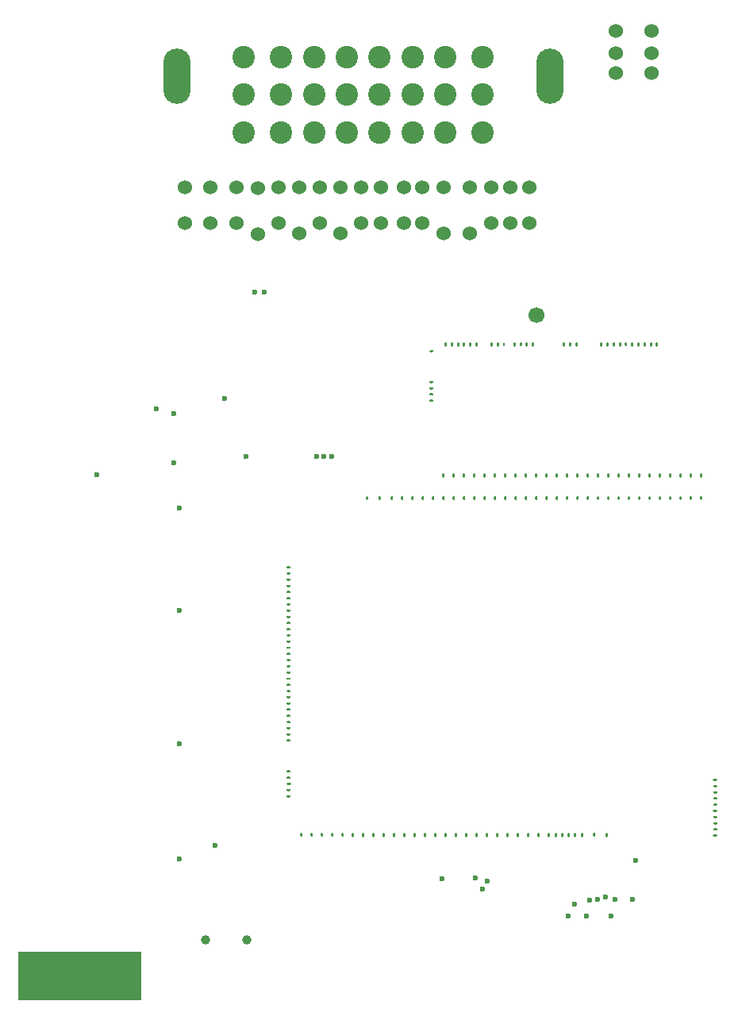
<source format=gbs>
G04 #@! TF.GenerationSoftware,KiCad,Pcbnew,(6.0.0-rc1-458-g78ff9a857a-dirty)*
G04 #@! TF.CreationDate,2021-12-31T11:49:42+02:00*
G04 #@! TF.ProjectId,alphax_2ch,616c7068-6178-45f3-9263-682e6b696361,b*
G04 #@! TF.SameCoordinates,PX141f5e0PYa2cace0*
G04 #@! TF.FileFunction,Soldermask,Bot*
G04 #@! TF.FilePolarity,Negative*
%FSLAX46Y46*%
G04 Gerber Fmt 4.6, Leading zero omitted, Abs format (unit mm)*
G04 Created by KiCad (PCBNEW (6.0.0-rc1-458-g78ff9a857a-dirty)) date 2021-12-31 11:49:42*
%MOMM*%
%LPD*%
G01*
G04 APERTURE LIST*
%ADD10C,0.120000*%
%ADD11C,0.599999*%
%ADD12C,1.524000*%
%ADD13C,1.700000*%
%ADD14C,1.000000*%
%ADD15O,2.900000X5.900000*%
%ADD16C,2.400000*%
G04 APERTURE END LIST*
D10*
G04 #@! TO.C,U4*
X6700000Y150000D02*
X6700000Y5150000D01*
X6700000Y5150000D02*
X19700000Y5150000D01*
X19700000Y5150000D02*
X19700000Y150000D01*
X19700000Y150000D02*
X6700000Y150000D01*
G36*
X19700000Y150000D02*
G01*
X6700000Y150000D01*
X6700000Y5150000D01*
X19700000Y5150000D01*
X19700000Y150000D01*
G37*
X19700000Y150000D02*
X6700000Y150000D01*
X6700000Y5150000D01*
X19700000Y5150000D01*
X19700000Y150000D01*
G04 #@! TD*
D11*
G04 #@! TO.C,M4*
X70363132Y10805111D03*
X69938124Y8970101D03*
X69388127Y11020109D03*
X68513168Y10805114D03*
X67663145Y10730107D03*
X67338129Y8970101D03*
X66038162Y10280101D03*
X65388145Y8970101D03*
X72563148Y14895116D03*
X72263146Y10820110D03*
G04 #@! TD*
D12*
G04 #@! TO.C,R8*
X49836417Y82896579D03*
X49836417Y86706579D03*
G04 #@! TD*
G04 #@! TO.C,R9*
X47882571Y82918049D03*
X47882571Y86728049D03*
G04 #@! TD*
G04 #@! TO.C,F4*
X36700000Y86750000D03*
X36700000Y81850000D03*
G04 #@! TD*
G04 #@! TO.C,M5*
G36*
G01*
X50649998Y64096477D02*
X50899998Y64096477D01*
G75*
G02*
X51024998Y63971477I0J-125000D01*
G01*
X51024998Y63971477D01*
G75*
G02*
X50899998Y63846477I-125000J0D01*
G01*
X50649998Y63846477D01*
G75*
G02*
X50524998Y63971477I0J125000D01*
G01*
X50524998Y63971477D01*
G75*
G02*
X50649998Y64096477I125000J0D01*
G01*
G37*
G36*
G01*
X50649998Y64756478D02*
X50899998Y64756478D01*
G75*
G02*
X51024998Y64631478I0J-125000D01*
G01*
X51024998Y64631478D01*
G75*
G02*
X50899998Y64506478I-125000J0D01*
G01*
X50649998Y64506478D01*
G75*
G02*
X50524998Y64631478I0J125000D01*
G01*
X50524998Y64631478D01*
G75*
G02*
X50649998Y64756478I125000J0D01*
G01*
G37*
G36*
G01*
X50649998Y65416479D02*
X50899998Y65416479D01*
G75*
G02*
X51024998Y65291479I0J-125000D01*
G01*
X51024998Y65291479D01*
G75*
G02*
X50899998Y65166479I-125000J0D01*
G01*
X50649998Y65166479D01*
G75*
G02*
X50524998Y65291479I0J125000D01*
G01*
X50524998Y65291479D01*
G75*
G02*
X50649998Y65416479I125000J0D01*
G01*
G37*
G36*
G01*
X50649998Y66076480D02*
X50899998Y66076480D01*
G75*
G02*
X51024998Y65951480I0J-125000D01*
G01*
X51024998Y65951480D01*
G75*
G02*
X50899998Y65826480I-125000J0D01*
G01*
X50649998Y65826480D01*
G75*
G02*
X50524998Y65951480I0J125000D01*
G01*
X50524998Y65951480D01*
G75*
G02*
X50649998Y66076480I125000J0D01*
G01*
G37*
G36*
G01*
X50649998Y69376487D02*
X50899998Y69376487D01*
G75*
G02*
X51024998Y69251487I0J-125000D01*
G01*
X51024998Y69251487D01*
G75*
G02*
X50899998Y69126487I-125000J0D01*
G01*
X50649998Y69126487D01*
G75*
G02*
X50524998Y69251487I0J125000D01*
G01*
X50524998Y69251487D01*
G75*
G02*
X50649998Y69376487I125000J0D01*
G01*
G37*
G36*
G01*
X79420000Y55877684D02*
X79420000Y56127684D01*
G75*
G02*
X79545000Y56252684I125000J0D01*
G01*
X79545000Y56252684D01*
G75*
G02*
X79670000Y56127684I0J-125000D01*
G01*
X79670000Y55877684D01*
G75*
G02*
X79545000Y55752684I-125000J0D01*
G01*
X79545000Y55752684D01*
G75*
G02*
X79420000Y55877684I0J125000D01*
G01*
G37*
G36*
G01*
X78569996Y56127684D02*
X78569996Y55877684D01*
G75*
G02*
X78444996Y55752684I-125000J0D01*
G01*
X78444996Y55752684D01*
G75*
G02*
X78319996Y55877684I0J125000D01*
G01*
X78319996Y56127684D01*
G75*
G02*
X78444996Y56252684I125000J0D01*
G01*
X78444996Y56252684D01*
G75*
G02*
X78569996Y56127684I0J-125000D01*
G01*
G37*
G36*
G01*
X77469995Y56127684D02*
X77469995Y55877684D01*
G75*
G02*
X77344995Y55752684I-125000J0D01*
G01*
X77344995Y55752684D01*
G75*
G02*
X77219995Y55877684I0J125000D01*
G01*
X77219995Y56127684D01*
G75*
G02*
X77344995Y56252684I125000J0D01*
G01*
X77344995Y56252684D01*
G75*
G02*
X77469995Y56127684I0J-125000D01*
G01*
G37*
G36*
G01*
X76369998Y56127684D02*
X76369998Y55877684D01*
G75*
G02*
X76244998Y55752684I-125000J0D01*
G01*
X76244998Y55752684D01*
G75*
G02*
X76119998Y55877684I0J125000D01*
G01*
X76119998Y56127684D01*
G75*
G02*
X76244998Y56252684I125000J0D01*
G01*
X76244998Y56252684D01*
G75*
G02*
X76369998Y56127684I0J-125000D01*
G01*
G37*
G36*
G01*
X75270000Y56127684D02*
X75270000Y55877684D01*
G75*
G02*
X75145000Y55752684I-125000J0D01*
G01*
X75145000Y55752684D01*
G75*
G02*
X75020000Y55877684I0J125000D01*
G01*
X75020000Y56127684D01*
G75*
G02*
X75145000Y56252684I125000J0D01*
G01*
X75145000Y56252684D01*
G75*
G02*
X75270000Y56127684I0J-125000D01*
G01*
G37*
G36*
G01*
X74170002Y56127684D02*
X74170002Y55877684D01*
G75*
G02*
X74045002Y55752684I-125000J0D01*
G01*
X74045002Y55752684D01*
G75*
G02*
X73920002Y55877684I0J125000D01*
G01*
X73920002Y56127684D01*
G75*
G02*
X74045002Y56252684I125000J0D01*
G01*
X74045002Y56252684D01*
G75*
G02*
X74170002Y56127684I0J-125000D01*
G01*
G37*
G36*
G01*
X73070004Y56127684D02*
X73070004Y55877684D01*
G75*
G02*
X72945004Y55752684I-125000J0D01*
G01*
X72945004Y55752684D01*
G75*
G02*
X72820004Y55877684I0J125000D01*
G01*
X72820004Y56127684D01*
G75*
G02*
X72945004Y56252684I125000J0D01*
G01*
X72945004Y56252684D01*
G75*
G02*
X73070004Y56127684I0J-125000D01*
G01*
G37*
G36*
G01*
X71970006Y56127684D02*
X71970006Y55877684D01*
G75*
G02*
X71845006Y55752684I-125000J0D01*
G01*
X71845006Y55752684D01*
G75*
G02*
X71720006Y55877684I0J125000D01*
G01*
X71720006Y56127684D01*
G75*
G02*
X71845006Y56252684I125000J0D01*
G01*
X71845006Y56252684D01*
G75*
G02*
X71970006Y56127684I0J-125000D01*
G01*
G37*
G36*
G01*
X70870009Y56127684D02*
X70870009Y55877684D01*
G75*
G02*
X70745009Y55752684I-125000J0D01*
G01*
X70745009Y55752684D01*
G75*
G02*
X70620009Y55877684I0J125000D01*
G01*
X70620009Y56127684D01*
G75*
G02*
X70745009Y56252684I125000J0D01*
G01*
X70745009Y56252684D01*
G75*
G02*
X70870009Y56127684I0J-125000D01*
G01*
G37*
G36*
G01*
X69770011Y56127684D02*
X69770011Y55877684D01*
G75*
G02*
X69645011Y55752684I-125000J0D01*
G01*
X69645011Y55752684D01*
G75*
G02*
X69520011Y55877684I0J125000D01*
G01*
X69520011Y56127684D01*
G75*
G02*
X69645011Y56252684I125000J0D01*
G01*
X69645011Y56252684D01*
G75*
G02*
X69770011Y56127684I0J-125000D01*
G01*
G37*
G36*
G01*
X68670013Y56127684D02*
X68670013Y55877684D01*
G75*
G02*
X68545013Y55752684I-125000J0D01*
G01*
X68545013Y55752684D01*
G75*
G02*
X68420013Y55877684I0J125000D01*
G01*
X68420013Y56127684D01*
G75*
G02*
X68545013Y56252684I125000J0D01*
G01*
X68545013Y56252684D01*
G75*
G02*
X68670013Y56127684I0J-125000D01*
G01*
G37*
G36*
G01*
X67570015Y56127684D02*
X67570015Y55877684D01*
G75*
G02*
X67445015Y55752684I-125000J0D01*
G01*
X67445015Y55752684D01*
G75*
G02*
X67320015Y55877684I0J125000D01*
G01*
X67320015Y56127684D01*
G75*
G02*
X67445015Y56252684I125000J0D01*
G01*
X67445015Y56252684D01*
G75*
G02*
X67570015Y56127684I0J-125000D01*
G01*
G37*
G36*
G01*
X66470017Y56127684D02*
X66470017Y55877684D01*
G75*
G02*
X66345017Y55752684I-125000J0D01*
G01*
X66345017Y55752684D01*
G75*
G02*
X66220017Y55877684I0J125000D01*
G01*
X66220017Y56127684D01*
G75*
G02*
X66345017Y56252684I125000J0D01*
G01*
X66345017Y56252684D01*
G75*
G02*
X66470017Y56127684I0J-125000D01*
G01*
G37*
G36*
G01*
X65370020Y56127684D02*
X65370020Y55877684D01*
G75*
G02*
X65245020Y55752684I-125000J0D01*
G01*
X65245020Y55752684D01*
G75*
G02*
X65120020Y55877684I0J125000D01*
G01*
X65120020Y56127684D01*
G75*
G02*
X65245020Y56252684I125000J0D01*
G01*
X65245020Y56252684D01*
G75*
G02*
X65370020Y56127684I0J-125000D01*
G01*
G37*
G36*
G01*
X64270022Y56127684D02*
X64270022Y55877684D01*
G75*
G02*
X64145022Y55752684I-125000J0D01*
G01*
X64145022Y55752684D01*
G75*
G02*
X64020022Y55877684I0J125000D01*
G01*
X64020022Y56127684D01*
G75*
G02*
X64145022Y56252684I125000J0D01*
G01*
X64145022Y56252684D01*
G75*
G02*
X64270022Y56127684I0J-125000D01*
G01*
G37*
G36*
G01*
X63170024Y56127684D02*
X63170024Y55877684D01*
G75*
G02*
X63045024Y55752684I-125000J0D01*
G01*
X63045024Y55752684D01*
G75*
G02*
X62920024Y55877684I0J125000D01*
G01*
X62920024Y56127684D01*
G75*
G02*
X63045024Y56252684I125000J0D01*
G01*
X63045024Y56252684D01*
G75*
G02*
X63170024Y56127684I0J-125000D01*
G01*
G37*
G36*
G01*
X62070026Y56127684D02*
X62070026Y55877684D01*
G75*
G02*
X61945026Y55752684I-125000J0D01*
G01*
X61945026Y55752684D01*
G75*
G02*
X61820026Y55877684I0J125000D01*
G01*
X61820026Y56127684D01*
G75*
G02*
X61945026Y56252684I125000J0D01*
G01*
X61945026Y56252684D01*
G75*
G02*
X62070026Y56127684I0J-125000D01*
G01*
G37*
G36*
G01*
X60970028Y56127684D02*
X60970028Y55877684D01*
G75*
G02*
X60845028Y55752684I-125000J0D01*
G01*
X60845028Y55752684D01*
G75*
G02*
X60720028Y55877684I0J125000D01*
G01*
X60720028Y56127684D01*
G75*
G02*
X60845028Y56252684I125000J0D01*
G01*
X60845028Y56252684D01*
G75*
G02*
X60970028Y56127684I0J-125000D01*
G01*
G37*
G36*
G01*
X59870031Y56127684D02*
X59870031Y55877684D01*
G75*
G02*
X59745031Y55752684I-125000J0D01*
G01*
X59745031Y55752684D01*
G75*
G02*
X59620031Y55877684I0J125000D01*
G01*
X59620031Y56127684D01*
G75*
G02*
X59745031Y56252684I125000J0D01*
G01*
X59745031Y56252684D01*
G75*
G02*
X59870031Y56127684I0J-125000D01*
G01*
G37*
G36*
G01*
X58770033Y56127684D02*
X58770033Y55877684D01*
G75*
G02*
X58645033Y55752684I-125000J0D01*
G01*
X58645033Y55752684D01*
G75*
G02*
X58520033Y55877684I0J125000D01*
G01*
X58520033Y56127684D01*
G75*
G02*
X58645033Y56252684I125000J0D01*
G01*
X58645033Y56252684D01*
G75*
G02*
X58770033Y56127684I0J-125000D01*
G01*
G37*
G36*
G01*
X57670035Y56127684D02*
X57670035Y55877684D01*
G75*
G02*
X57545035Y55752684I-125000J0D01*
G01*
X57545035Y55752684D01*
G75*
G02*
X57420035Y55877684I0J125000D01*
G01*
X57420035Y56127684D01*
G75*
G02*
X57545035Y56252684I125000J0D01*
G01*
X57545035Y56252684D01*
G75*
G02*
X57670035Y56127684I0J-125000D01*
G01*
G37*
G36*
G01*
X56570037Y56127684D02*
X56570037Y55877684D01*
G75*
G02*
X56445037Y55752684I-125000J0D01*
G01*
X56445037Y55752684D01*
G75*
G02*
X56320037Y55877684I0J125000D01*
G01*
X56320037Y56127684D01*
G75*
G02*
X56445037Y56252684I125000J0D01*
G01*
X56445037Y56252684D01*
G75*
G02*
X56570037Y56127684I0J-125000D01*
G01*
G37*
G36*
G01*
X55470039Y56127684D02*
X55470039Y55877684D01*
G75*
G02*
X55345039Y55752684I-125000J0D01*
G01*
X55345039Y55752684D01*
G75*
G02*
X55220039Y55877684I0J125000D01*
G01*
X55220039Y56127684D01*
G75*
G02*
X55345039Y56252684I125000J0D01*
G01*
X55345039Y56252684D01*
G75*
G02*
X55470039Y56127684I0J-125000D01*
G01*
G37*
G36*
G01*
X54370042Y56127684D02*
X54370042Y55877684D01*
G75*
G02*
X54245042Y55752684I-125000J0D01*
G01*
X54245042Y55752684D01*
G75*
G02*
X54120042Y55877684I0J125000D01*
G01*
X54120042Y56127684D01*
G75*
G02*
X54245042Y56252684I125000J0D01*
G01*
X54245042Y56252684D01*
G75*
G02*
X54370042Y56127684I0J-125000D01*
G01*
G37*
G36*
G01*
X53270044Y56127684D02*
X53270044Y55877684D01*
G75*
G02*
X53145044Y55752684I-125000J0D01*
G01*
X53145044Y55752684D01*
G75*
G02*
X53020044Y55877684I0J125000D01*
G01*
X53020044Y56127684D01*
G75*
G02*
X53145044Y56252684I125000J0D01*
G01*
X53145044Y56252684D01*
G75*
G02*
X53270044Y56127684I0J-125000D01*
G01*
G37*
G36*
G01*
X52170046Y56127684D02*
X52170046Y55877684D01*
G75*
G02*
X52045046Y55752684I-125000J0D01*
G01*
X52045046Y55752684D01*
G75*
G02*
X51920046Y55877684I0J125000D01*
G01*
X51920046Y56127684D01*
G75*
G02*
X52045046Y56252684I125000J0D01*
G01*
X52045046Y56252684D01*
G75*
G02*
X52170046Y56127684I0J-125000D01*
G01*
G37*
G36*
G01*
X52420990Y70089683D02*
X52420990Y69839683D01*
G75*
G02*
X52295990Y69714683I-125000J0D01*
G01*
X52295990Y69714683D01*
G75*
G02*
X52170990Y69839683I0J125000D01*
G01*
X52170990Y70089683D01*
G75*
G02*
X52295990Y70214683I125000J0D01*
G01*
X52295990Y70214683D01*
G75*
G02*
X52420990Y70089683I0J-125000D01*
G01*
G37*
G36*
G01*
X53080992Y70089683D02*
X53080992Y69839683D01*
G75*
G02*
X52955992Y69714683I-125000J0D01*
G01*
X52955992Y69714683D01*
G75*
G02*
X52830992Y69839683I0J125000D01*
G01*
X52830992Y70089683D01*
G75*
G02*
X52955992Y70214683I125000J0D01*
G01*
X52955992Y70214683D01*
G75*
G02*
X53080992Y70089683I0J-125000D01*
G01*
G37*
G36*
G01*
X53740993Y70089683D02*
X53740993Y69839683D01*
G75*
G02*
X53615993Y69714683I-125000J0D01*
G01*
X53615993Y69714683D01*
G75*
G02*
X53490993Y69839683I0J125000D01*
G01*
X53490993Y70089683D01*
G75*
G02*
X53615993Y70214683I125000J0D01*
G01*
X53615993Y70214683D01*
G75*
G02*
X53740993Y70089683I0J-125000D01*
G01*
G37*
G36*
G01*
X54400994Y70089683D02*
X54400994Y69839683D01*
G75*
G02*
X54275994Y69714683I-125000J0D01*
G01*
X54275994Y69714683D01*
G75*
G02*
X54150994Y69839683I0J125000D01*
G01*
X54150994Y70089683D01*
G75*
G02*
X54275994Y70214683I125000J0D01*
G01*
X54275994Y70214683D01*
G75*
G02*
X54400994Y70089683I0J-125000D01*
G01*
G37*
G36*
G01*
X55060995Y70089683D02*
X55060995Y69839683D01*
G75*
G02*
X54935995Y69714683I-125000J0D01*
G01*
X54935995Y69714683D01*
G75*
G02*
X54810995Y69839683I0J125000D01*
G01*
X54810995Y70089683D01*
G75*
G02*
X54935995Y70214683I125000J0D01*
G01*
X54935995Y70214683D01*
G75*
G02*
X55060995Y70089683I0J-125000D01*
G01*
G37*
G36*
G01*
X55720997Y70089683D02*
X55720997Y69839683D01*
G75*
G02*
X55595997Y69714683I-125000J0D01*
G01*
X55595997Y69714683D01*
G75*
G02*
X55470997Y69839683I0J125000D01*
G01*
X55470997Y70089683D01*
G75*
G02*
X55595997Y70214683I125000J0D01*
G01*
X55595997Y70214683D01*
G75*
G02*
X55720997Y70089683I0J-125000D01*
G01*
G37*
G36*
G01*
X57321994Y70089683D02*
X57321994Y69839683D01*
G75*
G02*
X57196994Y69714683I-125000J0D01*
G01*
X57196994Y69714683D01*
G75*
G02*
X57071994Y69839683I0J125000D01*
G01*
X57071994Y70089683D01*
G75*
G02*
X57196994Y70214683I125000J0D01*
G01*
X57196994Y70214683D01*
G75*
G02*
X57321994Y70089683I0J-125000D01*
G01*
G37*
G36*
G01*
X57981995Y70089683D02*
X57981995Y69839683D01*
G75*
G02*
X57856995Y69714683I-125000J0D01*
G01*
X57856995Y69714683D01*
G75*
G02*
X57731995Y69839683I0J125000D01*
G01*
X57731995Y70089683D01*
G75*
G02*
X57856995Y70214683I125000J0D01*
G01*
X57856995Y70214683D01*
G75*
G02*
X57981995Y70089683I0J-125000D01*
G01*
G37*
G36*
G01*
X58641997Y70089683D02*
X58641997Y69839683D01*
G75*
G02*
X58516997Y69714683I-125000J0D01*
G01*
X58516997Y69714683D01*
G75*
G02*
X58391997Y69839683I0J125000D01*
G01*
X58391997Y70089683D01*
G75*
G02*
X58516997Y70214683I125000J0D01*
G01*
X58516997Y70214683D01*
G75*
G02*
X58641997Y70089683I0J-125000D01*
G01*
G37*
G36*
G01*
X59762896Y70089683D02*
X59762896Y69839683D01*
G75*
G02*
X59637896Y69714683I-125000J0D01*
G01*
X59637896Y69714683D01*
G75*
G02*
X59512896Y69839683I0J125000D01*
G01*
X59512896Y70089683D01*
G75*
G02*
X59637896Y70214683I125000J0D01*
G01*
X59637896Y70214683D01*
G75*
G02*
X59762896Y70089683I0J-125000D01*
G01*
G37*
G36*
G01*
X60422897Y70089683D02*
X60422897Y69839683D01*
G75*
G02*
X60297897Y69714683I-125000J0D01*
G01*
X60297897Y69714683D01*
G75*
G02*
X60172897Y69839683I0J125000D01*
G01*
X60172897Y70089683D01*
G75*
G02*
X60297897Y70214683I125000J0D01*
G01*
X60297897Y70214683D01*
G75*
G02*
X60422897Y70089683I0J-125000D01*
G01*
G37*
G36*
G01*
X61082898Y70089683D02*
X61082898Y69839683D01*
G75*
G02*
X60957898Y69714683I-125000J0D01*
G01*
X60957898Y69714683D01*
G75*
G02*
X60832898Y69839683I0J125000D01*
G01*
X60832898Y70089683D01*
G75*
G02*
X60957898Y70214683I125000J0D01*
G01*
X60957898Y70214683D01*
G75*
G02*
X61082898Y70089683I0J-125000D01*
G01*
G37*
G36*
G01*
X61742900Y70089683D02*
X61742900Y69839683D01*
G75*
G02*
X61617900Y69714683I-125000J0D01*
G01*
X61617900Y69714683D01*
G75*
G02*
X61492900Y69839683I0J125000D01*
G01*
X61492900Y70089683D01*
G75*
G02*
X61617900Y70214683I125000J0D01*
G01*
X61617900Y70214683D01*
G75*
G02*
X61742900Y70089683I0J-125000D01*
G01*
G37*
G36*
G01*
X65068994Y70089683D02*
X65068994Y69839683D01*
G75*
G02*
X64943994Y69714683I-125000J0D01*
G01*
X64943994Y69714683D01*
G75*
G02*
X64818994Y69839683I0J125000D01*
G01*
X64818994Y70089683D01*
G75*
G02*
X64943994Y70214683I125000J0D01*
G01*
X64943994Y70214683D01*
G75*
G02*
X65068994Y70089683I0J-125000D01*
G01*
G37*
G36*
G01*
X65728995Y70089683D02*
X65728995Y69839683D01*
G75*
G02*
X65603995Y69714683I-125000J0D01*
G01*
X65603995Y69714683D01*
G75*
G02*
X65478995Y69839683I0J125000D01*
G01*
X65478995Y70089683D01*
G75*
G02*
X65603995Y70214683I125000J0D01*
G01*
X65603995Y70214683D01*
G75*
G02*
X65728995Y70089683I0J-125000D01*
G01*
G37*
G36*
G01*
X66388997Y70089683D02*
X66388997Y69839683D01*
G75*
G02*
X66263997Y69714683I-125000J0D01*
G01*
X66263997Y69714683D01*
G75*
G02*
X66138997Y69839683I0J125000D01*
G01*
X66138997Y70089683D01*
G75*
G02*
X66263997Y70214683I125000J0D01*
G01*
X66263997Y70214683D01*
G75*
G02*
X66388997Y70089683I0J-125000D01*
G01*
G37*
G36*
G01*
X69034988Y70089683D02*
X69034988Y69839683D01*
G75*
G02*
X68909988Y69714683I-125000J0D01*
G01*
X68909988Y69714683D01*
G75*
G02*
X68784988Y69839683I0J125000D01*
G01*
X68784988Y70089683D01*
G75*
G02*
X68909988Y70214683I125000J0D01*
G01*
X68909988Y70214683D01*
G75*
G02*
X69034988Y70089683I0J-125000D01*
G01*
G37*
G36*
G01*
X69694989Y70089683D02*
X69694989Y69839683D01*
G75*
G02*
X69569989Y69714683I-125000J0D01*
G01*
X69569989Y69714683D01*
G75*
G02*
X69444989Y69839683I0J125000D01*
G01*
X69444989Y70089683D01*
G75*
G02*
X69569989Y70214683I125000J0D01*
G01*
X69569989Y70214683D01*
G75*
G02*
X69694989Y70089683I0J-125000D01*
G01*
G37*
G36*
G01*
X70354991Y70089683D02*
X70354991Y69839683D01*
G75*
G02*
X70229991Y69714683I-125000J0D01*
G01*
X70229991Y69714683D01*
G75*
G02*
X70104991Y69839683I0J125000D01*
G01*
X70104991Y70089683D01*
G75*
G02*
X70229991Y70214683I125000J0D01*
G01*
X70229991Y70214683D01*
G75*
G02*
X70354991Y70089683I0J-125000D01*
G01*
G37*
G36*
G01*
X71014992Y70089683D02*
X71014992Y69839683D01*
G75*
G02*
X70889992Y69714683I-125000J0D01*
G01*
X70889992Y69714683D01*
G75*
G02*
X70764992Y69839683I0J125000D01*
G01*
X70764992Y70089683D01*
G75*
G02*
X70889992Y70214683I125000J0D01*
G01*
X70889992Y70214683D01*
G75*
G02*
X71014992Y70089683I0J-125000D01*
G01*
G37*
G36*
G01*
X71674993Y70089683D02*
X71674993Y69839683D01*
G75*
G02*
X71549993Y69714683I-125000J0D01*
G01*
X71549993Y69714683D01*
G75*
G02*
X71424993Y69839683I0J125000D01*
G01*
X71424993Y70089683D01*
G75*
G02*
X71549993Y70214683I125000J0D01*
G01*
X71549993Y70214683D01*
G75*
G02*
X71674993Y70089683I0J-125000D01*
G01*
G37*
G36*
G01*
X72334994Y70089683D02*
X72334994Y69839683D01*
G75*
G02*
X72209994Y69714683I-125000J0D01*
G01*
X72209994Y69714683D01*
G75*
G02*
X72084994Y69839683I0J125000D01*
G01*
X72084994Y70089683D01*
G75*
G02*
X72209994Y70214683I125000J0D01*
G01*
X72209994Y70214683D01*
G75*
G02*
X72334994Y70089683I0J-125000D01*
G01*
G37*
G36*
G01*
X72994996Y70089683D02*
X72994996Y69839683D01*
G75*
G02*
X72869996Y69714683I-125000J0D01*
G01*
X72869996Y69714683D01*
G75*
G02*
X72744996Y69839683I0J125000D01*
G01*
X72744996Y70089683D01*
G75*
G02*
X72869996Y70214683I125000J0D01*
G01*
X72869996Y70214683D01*
G75*
G02*
X72994996Y70089683I0J-125000D01*
G01*
G37*
G36*
G01*
X73654997Y70089683D02*
X73654997Y69839683D01*
G75*
G02*
X73529997Y69714683I-125000J0D01*
G01*
X73529997Y69714683D01*
G75*
G02*
X73404997Y69839683I0J125000D01*
G01*
X73404997Y70089683D01*
G75*
G02*
X73529997Y70214683I125000J0D01*
G01*
X73529997Y70214683D01*
G75*
G02*
X73654997Y70089683I0J-125000D01*
G01*
G37*
G36*
G01*
X74314998Y70089683D02*
X74314998Y69839683D01*
G75*
G02*
X74189998Y69714683I-125000J0D01*
G01*
X74189998Y69714683D01*
G75*
G02*
X74064998Y69839683I0J125000D01*
G01*
X74064998Y70089683D01*
G75*
G02*
X74189998Y70214683I125000J0D01*
G01*
X74189998Y70214683D01*
G75*
G02*
X74314998Y70089683I0J-125000D01*
G01*
G37*
G36*
G01*
X74975000Y70089683D02*
X74975000Y69839683D01*
G75*
G02*
X74850000Y69714683I-125000J0D01*
G01*
X74850000Y69714683D01*
G75*
G02*
X74725000Y69839683I0J125000D01*
G01*
X74725000Y70089683D01*
G75*
G02*
X74850000Y70214683I125000J0D01*
G01*
X74850000Y70214683D01*
G75*
G02*
X74975000Y70089683I0J-125000D01*
G01*
G37*
G04 #@! TD*
D13*
G04 #@! TO.C,P2*
X61958000Y73100000D03*
G04 #@! TD*
D12*
G04 #@! TO.C,R11*
X24500000Y82895000D03*
X24500000Y86705000D03*
G04 #@! TD*
G04 #@! TO.C,R6*
X74305000Y103400000D03*
X70495000Y103400000D03*
G04 #@! TD*
D14*
G04 #@! TO.C,J1*
X31100000Y6450000D03*
X26700000Y6450000D03*
G04 #@! TD*
D12*
G04 #@! TO.C,R17*
X38900000Y82895000D03*
X38900000Y86705000D03*
G04 #@! TD*
G04 #@! TO.C,R16*
X45400000Y82895000D03*
X45400000Y86705000D03*
G04 #@! TD*
D11*
G04 #@! TO.C,M7*
X56773001Y12737498D03*
X56248001Y11862496D03*
X55498003Y13037500D03*
X51948002Y12962497D03*
G04 #@! TD*
G04 #@! TO.C,M1*
X15066016Y56037888D03*
X23291016Y57362892D03*
X23273511Y62595386D03*
X21391015Y63087892D03*
X28741008Y64212878D03*
G04 #@! TD*
G04 #@! TO.C,M3*
X31025000Y58000000D03*
X38525000Y58000000D03*
X39325000Y58000000D03*
X40125000Y58000000D03*
X32925000Y75525000D03*
X31925000Y75525000D03*
G04 #@! TD*
D12*
G04 #@! TO.C,R10*
X43300000Y82895000D03*
X43300000Y86705000D03*
G04 #@! TD*
G04 #@! TO.C,R19*
X30000000Y82895000D03*
X30000000Y86705000D03*
G04 #@! TD*
G04 #@! TO.C,F1*
X54846000Y86700000D03*
X54846000Y81800000D03*
G04 #@! TD*
G04 #@! TO.C,R14*
X70495000Y98900000D03*
X74305000Y98900000D03*
G04 #@! TD*
G04 #@! TO.C,F3*
X41100000Y86750000D03*
X41100000Y81850000D03*
G04 #@! TD*
G04 #@! TO.C,M6*
G36*
G01*
X35410503Y21903625D02*
X35660503Y21903625D01*
G75*
G02*
X35785503Y21778625I0J-125000D01*
G01*
X35785503Y21778625D01*
G75*
G02*
X35660503Y21653625I-125000J0D01*
G01*
X35410503Y21653625D01*
G75*
G02*
X35285503Y21778625I0J125000D01*
G01*
X35285503Y21778625D01*
G75*
G02*
X35410503Y21903625I125000J0D01*
G01*
G37*
G36*
G01*
X35660503Y22313623D02*
X35410503Y22313623D01*
G75*
G02*
X35285503Y22438623I0J125000D01*
G01*
X35285503Y22438623D01*
G75*
G02*
X35410503Y22563623I125000J0D01*
G01*
X35660503Y22563623D01*
G75*
G02*
X35785503Y22438623I0J-125000D01*
G01*
X35785503Y22438623D01*
G75*
G02*
X35660503Y22313623I-125000J0D01*
G01*
G37*
G36*
G01*
X35660503Y22973628D02*
X35410503Y22973628D01*
G75*
G02*
X35285503Y23098628I0J125000D01*
G01*
X35285503Y23098628D01*
G75*
G02*
X35410503Y23223628I125000J0D01*
G01*
X35660503Y23223628D01*
G75*
G02*
X35785503Y23098628I0J-125000D01*
G01*
X35785503Y23098628D01*
G75*
G02*
X35660503Y22973628I-125000J0D01*
G01*
G37*
G36*
G01*
X35660503Y23633623D02*
X35410503Y23633623D01*
G75*
G02*
X35285503Y23758623I0J125000D01*
G01*
X35285503Y23758623D01*
G75*
G02*
X35410503Y23883623I125000J0D01*
G01*
X35660503Y23883623D01*
G75*
G02*
X35785503Y23758623I0J-125000D01*
G01*
X35785503Y23758623D01*
G75*
G02*
X35660503Y23633623I-125000J0D01*
G01*
G37*
G36*
G01*
X35660503Y24293625D02*
X35410503Y24293625D01*
G75*
G02*
X35285503Y24418625I0J125000D01*
G01*
X35285503Y24418625D01*
G75*
G02*
X35410503Y24543625I125000J0D01*
G01*
X35660503Y24543625D01*
G75*
G02*
X35785503Y24418625I0J-125000D01*
G01*
X35785503Y24418625D01*
G75*
G02*
X35660503Y24293625I-125000J0D01*
G01*
G37*
G36*
G01*
X35660503Y27593626D02*
X35410503Y27593626D01*
G75*
G02*
X35285503Y27718626I0J125000D01*
G01*
X35285503Y27718626D01*
G75*
G02*
X35410503Y27843626I125000J0D01*
G01*
X35660503Y27843626D01*
G75*
G02*
X35785503Y27718626I0J-125000D01*
G01*
X35785503Y27718626D01*
G75*
G02*
X35660503Y27593626I-125000J0D01*
G01*
G37*
G36*
G01*
X35660503Y28253627D02*
X35410503Y28253627D01*
G75*
G02*
X35285503Y28378627I0J125000D01*
G01*
X35285503Y28378627D01*
G75*
G02*
X35410503Y28503627I125000J0D01*
G01*
X35660503Y28503627D01*
G75*
G02*
X35785503Y28378627I0J-125000D01*
G01*
X35785503Y28378627D01*
G75*
G02*
X35660503Y28253627I-125000J0D01*
G01*
G37*
G36*
G01*
X35660503Y28913629D02*
X35410503Y28913629D01*
G75*
G02*
X35285503Y29038629I0J125000D01*
G01*
X35285503Y29038629D01*
G75*
G02*
X35410503Y29163629I125000J0D01*
G01*
X35660503Y29163629D01*
G75*
G02*
X35785503Y29038629I0J-125000D01*
G01*
X35785503Y29038629D01*
G75*
G02*
X35660503Y28913629I-125000J0D01*
G01*
G37*
G36*
G01*
X35660503Y29573627D02*
X35410503Y29573627D01*
G75*
G02*
X35285503Y29698627I0J125000D01*
G01*
X35285503Y29698627D01*
G75*
G02*
X35410503Y29823627I125000J0D01*
G01*
X35660503Y29823627D01*
G75*
G02*
X35785503Y29698627I0J-125000D01*
G01*
X35785503Y29698627D01*
G75*
G02*
X35660503Y29573627I-125000J0D01*
G01*
G37*
G36*
G01*
X35660503Y30233629D02*
X35410503Y30233629D01*
G75*
G02*
X35285503Y30358629I0J125000D01*
G01*
X35285503Y30358629D01*
G75*
G02*
X35410503Y30483629I125000J0D01*
G01*
X35660503Y30483629D01*
G75*
G02*
X35785503Y30358629I0J-125000D01*
G01*
X35785503Y30358629D01*
G75*
G02*
X35660503Y30233629I-125000J0D01*
G01*
G37*
G36*
G01*
X35660503Y30893627D02*
X35410503Y30893627D01*
G75*
G02*
X35285503Y31018627I0J125000D01*
G01*
X35285503Y31018627D01*
G75*
G02*
X35410503Y31143627I125000J0D01*
G01*
X35660503Y31143627D01*
G75*
G02*
X35785503Y31018627I0J-125000D01*
G01*
X35785503Y31018627D01*
G75*
G02*
X35660503Y30893627I-125000J0D01*
G01*
G37*
G36*
G01*
X35660503Y31553628D02*
X35410503Y31553628D01*
G75*
G02*
X35285503Y31678628I0J125000D01*
G01*
X35285503Y31678628D01*
G75*
G02*
X35410503Y31803628I125000J0D01*
G01*
X35660503Y31803628D01*
G75*
G02*
X35785503Y31678628I0J-125000D01*
G01*
X35785503Y31678628D01*
G75*
G02*
X35660503Y31553628I-125000J0D01*
G01*
G37*
G36*
G01*
X35660503Y32213627D02*
X35410503Y32213627D01*
G75*
G02*
X35285503Y32338627I0J125000D01*
G01*
X35285503Y32338627D01*
G75*
G02*
X35410503Y32463627I125000J0D01*
G01*
X35660503Y32463627D01*
G75*
G02*
X35785503Y32338627I0J-125000D01*
G01*
X35785503Y32338627D01*
G75*
G02*
X35660503Y32213627I-125000J0D01*
G01*
G37*
G36*
G01*
X35660503Y32873628D02*
X35410503Y32873628D01*
G75*
G02*
X35285503Y32998628I0J125000D01*
G01*
X35285503Y32998628D01*
G75*
G02*
X35410503Y33123628I125000J0D01*
G01*
X35660503Y33123628D01*
G75*
G02*
X35785503Y32998628I0J-125000D01*
G01*
X35785503Y32998628D01*
G75*
G02*
X35660503Y32873628I-125000J0D01*
G01*
G37*
G36*
G01*
X35660503Y33533627D02*
X35410503Y33533627D01*
G75*
G02*
X35285503Y33658627I0J125000D01*
G01*
X35285503Y33658627D01*
G75*
G02*
X35410503Y33783627I125000J0D01*
G01*
X35660503Y33783627D01*
G75*
G02*
X35785503Y33658627I0J-125000D01*
G01*
X35785503Y33658627D01*
G75*
G02*
X35660503Y33533627I-125000J0D01*
G01*
G37*
G36*
G01*
X35660503Y34193628D02*
X35410503Y34193628D01*
G75*
G02*
X35285503Y34318628I0J125000D01*
G01*
X35285503Y34318628D01*
G75*
G02*
X35410503Y34443628I125000J0D01*
G01*
X35660503Y34443628D01*
G75*
G02*
X35785503Y34318628I0J-125000D01*
G01*
X35785503Y34318628D01*
G75*
G02*
X35660503Y34193628I-125000J0D01*
G01*
G37*
G36*
G01*
X35660503Y34853627D02*
X35410503Y34853627D01*
G75*
G02*
X35285503Y34978627I0J125000D01*
G01*
X35285503Y34978627D01*
G75*
G02*
X35410503Y35103627I125000J0D01*
G01*
X35660503Y35103627D01*
G75*
G02*
X35785503Y34978627I0J-125000D01*
G01*
X35785503Y34978627D01*
G75*
G02*
X35660503Y34853627I-125000J0D01*
G01*
G37*
G36*
G01*
X35660503Y35513628D02*
X35410503Y35513628D01*
G75*
G02*
X35285503Y35638628I0J125000D01*
G01*
X35285503Y35638628D01*
G75*
G02*
X35410503Y35763628I125000J0D01*
G01*
X35660503Y35763628D01*
G75*
G02*
X35785503Y35638628I0J-125000D01*
G01*
X35785503Y35638628D01*
G75*
G02*
X35660503Y35513628I-125000J0D01*
G01*
G37*
G36*
G01*
X35660503Y36173627D02*
X35410503Y36173627D01*
G75*
G02*
X35285503Y36298627I0J125000D01*
G01*
X35285503Y36298627D01*
G75*
G02*
X35410503Y36423627I125000J0D01*
G01*
X35660503Y36423627D01*
G75*
G02*
X35785503Y36298627I0J-125000D01*
G01*
X35785503Y36298627D01*
G75*
G02*
X35660503Y36173627I-125000J0D01*
G01*
G37*
G36*
G01*
X35660503Y36833628D02*
X35410503Y36833628D01*
G75*
G02*
X35285503Y36958628I0J125000D01*
G01*
X35285503Y36958628D01*
G75*
G02*
X35410503Y37083628I125000J0D01*
G01*
X35660503Y37083628D01*
G75*
G02*
X35785503Y36958628I0J-125000D01*
G01*
X35785503Y36958628D01*
G75*
G02*
X35660503Y36833628I-125000J0D01*
G01*
G37*
G36*
G01*
X35660503Y37493627D02*
X35410503Y37493627D01*
G75*
G02*
X35285503Y37618627I0J125000D01*
G01*
X35285503Y37618627D01*
G75*
G02*
X35410503Y37743627I125000J0D01*
G01*
X35660503Y37743627D01*
G75*
G02*
X35785503Y37618627I0J-125000D01*
G01*
X35785503Y37618627D01*
G75*
G02*
X35660503Y37493627I-125000J0D01*
G01*
G37*
G36*
G01*
X35660503Y38153628D02*
X35410503Y38153628D01*
G75*
G02*
X35285503Y38278628I0J125000D01*
G01*
X35285503Y38278628D01*
G75*
G02*
X35410503Y38403628I125000J0D01*
G01*
X35660503Y38403628D01*
G75*
G02*
X35785503Y38278628I0J-125000D01*
G01*
X35785503Y38278628D01*
G75*
G02*
X35660503Y38153628I-125000J0D01*
G01*
G37*
G36*
G01*
X35660503Y38813627D02*
X35410503Y38813627D01*
G75*
G02*
X35285503Y38938627I0J125000D01*
G01*
X35285503Y38938627D01*
G75*
G02*
X35410503Y39063627I125000J0D01*
G01*
X35660503Y39063627D01*
G75*
G02*
X35785503Y38938627I0J-125000D01*
G01*
X35785503Y38938627D01*
G75*
G02*
X35660503Y38813627I-125000J0D01*
G01*
G37*
G36*
G01*
X35660503Y39473628D02*
X35410503Y39473628D01*
G75*
G02*
X35285503Y39598628I0J125000D01*
G01*
X35285503Y39598628D01*
G75*
G02*
X35410503Y39723628I125000J0D01*
G01*
X35660503Y39723628D01*
G75*
G02*
X35785503Y39598628I0J-125000D01*
G01*
X35785503Y39598628D01*
G75*
G02*
X35660503Y39473628I-125000J0D01*
G01*
G37*
G36*
G01*
X35660503Y40133627D02*
X35410503Y40133627D01*
G75*
G02*
X35285503Y40258627I0J125000D01*
G01*
X35285503Y40258627D01*
G75*
G02*
X35410503Y40383627I125000J0D01*
G01*
X35660503Y40383627D01*
G75*
G02*
X35785503Y40258627I0J-125000D01*
G01*
X35785503Y40258627D01*
G75*
G02*
X35660503Y40133627I-125000J0D01*
G01*
G37*
G36*
G01*
X35660503Y40793628D02*
X35410503Y40793628D01*
G75*
G02*
X35285503Y40918628I0J125000D01*
G01*
X35285503Y40918628D01*
G75*
G02*
X35410503Y41043628I125000J0D01*
G01*
X35660503Y41043628D01*
G75*
G02*
X35785503Y40918628I0J-125000D01*
G01*
X35785503Y40918628D01*
G75*
G02*
X35660503Y40793628I-125000J0D01*
G01*
G37*
G36*
G01*
X35660503Y41453626D02*
X35410503Y41453626D01*
G75*
G02*
X35285503Y41578626I0J125000D01*
G01*
X35285503Y41578626D01*
G75*
G02*
X35410503Y41703626I125000J0D01*
G01*
X35660503Y41703626D01*
G75*
G02*
X35785503Y41578626I0J-125000D01*
G01*
X35785503Y41578626D01*
G75*
G02*
X35660503Y41453626I-125000J0D01*
G01*
G37*
G36*
G01*
X35660503Y42113628D02*
X35410503Y42113628D01*
G75*
G02*
X35285503Y42238628I0J125000D01*
G01*
X35285503Y42238628D01*
G75*
G02*
X35410503Y42363628I125000J0D01*
G01*
X35660503Y42363628D01*
G75*
G02*
X35785503Y42238628I0J-125000D01*
G01*
X35785503Y42238628D01*
G75*
G02*
X35660503Y42113628I-125000J0D01*
G01*
G37*
G36*
G01*
X35660503Y42773626D02*
X35410503Y42773626D01*
G75*
G02*
X35285503Y42898626I0J125000D01*
G01*
X35285503Y42898626D01*
G75*
G02*
X35410503Y43023626I125000J0D01*
G01*
X35660503Y43023626D01*
G75*
G02*
X35785503Y42898626I0J-125000D01*
G01*
X35785503Y42898626D01*
G75*
G02*
X35660503Y42773626I-125000J0D01*
G01*
G37*
G36*
G01*
X35660503Y43433628D02*
X35410503Y43433628D01*
G75*
G02*
X35285503Y43558628I0J125000D01*
G01*
X35285503Y43558628D01*
G75*
G02*
X35410503Y43683628I125000J0D01*
G01*
X35660503Y43683628D01*
G75*
G02*
X35785503Y43558628I0J-125000D01*
G01*
X35785503Y43558628D01*
G75*
G02*
X35660503Y43433628I-125000J0D01*
G01*
G37*
G36*
G01*
X35660503Y44093626D02*
X35410503Y44093626D01*
G75*
G02*
X35285503Y44218626I0J125000D01*
G01*
X35285503Y44218626D01*
G75*
G02*
X35410503Y44343626I125000J0D01*
G01*
X35660503Y44343626D01*
G75*
G02*
X35785503Y44218626I0J-125000D01*
G01*
X35785503Y44218626D01*
G75*
G02*
X35660503Y44093626I-125000J0D01*
G01*
G37*
G36*
G01*
X35660503Y44753627D02*
X35410503Y44753627D01*
G75*
G02*
X35285503Y44878627I0J125000D01*
G01*
X35285503Y44878627D01*
G75*
G02*
X35410503Y45003627I125000J0D01*
G01*
X35660503Y45003627D01*
G75*
G02*
X35785503Y44878627I0J-125000D01*
G01*
X35785503Y44878627D01*
G75*
G02*
X35660503Y44753627I-125000J0D01*
G01*
G37*
G36*
G01*
X35660503Y45413626D02*
X35410503Y45413626D01*
G75*
G02*
X35285503Y45538626I0J125000D01*
G01*
X35285503Y45538626D01*
G75*
G02*
X35410503Y45663626I125000J0D01*
G01*
X35660503Y45663626D01*
G75*
G02*
X35785503Y45538626I0J-125000D01*
G01*
X35785503Y45538626D01*
G75*
G02*
X35660503Y45413626I-125000J0D01*
G01*
G37*
G36*
G01*
X35660503Y46073627D02*
X35410503Y46073627D01*
G75*
G02*
X35285503Y46198627I0J125000D01*
G01*
X35285503Y46198627D01*
G75*
G02*
X35410503Y46323627I125000J0D01*
G01*
X35660503Y46323627D01*
G75*
G02*
X35785503Y46198627I0J-125000D01*
G01*
X35785503Y46198627D01*
G75*
G02*
X35660503Y46073627I-125000J0D01*
G01*
G37*
G36*
G01*
X69357501Y17526623D02*
X69357501Y17776623D01*
G75*
G02*
X69482501Y17901623I125000J0D01*
G01*
X69482501Y17901623D01*
G75*
G02*
X69607501Y17776623I0J-125000D01*
G01*
X69607501Y17526623D01*
G75*
G02*
X69482501Y17401623I-125000J0D01*
G01*
X69482501Y17401623D01*
G75*
G02*
X69357501Y17526623I0J125000D01*
G01*
G37*
G36*
G01*
X68287499Y17776623D02*
X68287499Y17526623D01*
G75*
G02*
X68162499Y17401623I-125000J0D01*
G01*
X68162499Y17401623D01*
G75*
G02*
X68037499Y17526623I0J125000D01*
G01*
X68037499Y17776623D01*
G75*
G02*
X68162499Y17901623I125000J0D01*
G01*
X68162499Y17901623D01*
G75*
G02*
X68287499Y17776623I0J-125000D01*
G01*
G37*
G36*
G01*
X66967496Y17776623D02*
X66967496Y17526623D01*
G75*
G02*
X66842496Y17401623I-125000J0D01*
G01*
X66842496Y17401623D01*
G75*
G02*
X66717496Y17526623I0J125000D01*
G01*
X66717496Y17776623D01*
G75*
G02*
X66842496Y17901623I125000J0D01*
G01*
X66842496Y17901623D01*
G75*
G02*
X66967496Y17776623I0J-125000D01*
G01*
G37*
G36*
G01*
X66207498Y17776623D02*
X66207498Y17526623D01*
G75*
G02*
X66082498Y17401623I-125000J0D01*
G01*
X66082498Y17401623D01*
G75*
G02*
X65957498Y17526623I0J125000D01*
G01*
X65957498Y17776623D01*
G75*
G02*
X66082498Y17901623I125000J0D01*
G01*
X66082498Y17901623D01*
G75*
G02*
X66207498Y17776623I0J-125000D01*
G01*
G37*
G36*
G01*
X65542495Y17776623D02*
X65542495Y17526623D01*
G75*
G02*
X65417495Y17401623I-125000J0D01*
G01*
X65417495Y17401623D01*
G75*
G02*
X65292495Y17526623I0J125000D01*
G01*
X65292495Y17776623D01*
G75*
G02*
X65417495Y17901623I125000J0D01*
G01*
X65417495Y17901623D01*
G75*
G02*
X65542495Y17776623I0J-125000D01*
G01*
G37*
G36*
G01*
X64877493Y17776623D02*
X64877493Y17526623D01*
G75*
G02*
X64752493Y17401623I-125000J0D01*
G01*
X64752493Y17401623D01*
G75*
G02*
X64627493Y17526623I0J125000D01*
G01*
X64627493Y17776623D01*
G75*
G02*
X64752493Y17901623I125000J0D01*
G01*
X64752493Y17901623D01*
G75*
G02*
X64877493Y17776623I0J-125000D01*
G01*
G37*
G36*
G01*
X64212503Y17776623D02*
X64212503Y17526623D01*
G75*
G02*
X64087503Y17401623I-125000J0D01*
G01*
X64087503Y17401623D01*
G75*
G02*
X63962503Y17526623I0J125000D01*
G01*
X63962503Y17776623D01*
G75*
G02*
X64087503Y17901623I125000J0D01*
G01*
X64087503Y17901623D01*
G75*
G02*
X64212503Y17776623I0J-125000D01*
G01*
G37*
G36*
G01*
X63437503Y17776623D02*
X63437503Y17526623D01*
G75*
G02*
X63312503Y17401623I-125000J0D01*
G01*
X63312503Y17401623D01*
G75*
G02*
X63187503Y17526623I0J125000D01*
G01*
X63187503Y17776623D01*
G75*
G02*
X63312503Y17901623I125000J0D01*
G01*
X63312503Y17901623D01*
G75*
G02*
X63437503Y17776623I0J-125000D01*
G01*
G37*
G36*
G01*
X62337505Y17776623D02*
X62337505Y17526623D01*
G75*
G02*
X62212505Y17401623I-125000J0D01*
G01*
X62212505Y17401623D01*
G75*
G02*
X62087505Y17526623I0J125000D01*
G01*
X62087505Y17776623D01*
G75*
G02*
X62212505Y17901623I125000J0D01*
G01*
X62212505Y17901623D01*
G75*
G02*
X62337505Y17776623I0J-125000D01*
G01*
G37*
G36*
G01*
X61237508Y17776623D02*
X61237508Y17526623D01*
G75*
G02*
X61112508Y17401623I-125000J0D01*
G01*
X61112508Y17401623D01*
G75*
G02*
X60987508Y17526623I0J125000D01*
G01*
X60987508Y17776623D01*
G75*
G02*
X61112508Y17901623I125000J0D01*
G01*
X61112508Y17901623D01*
G75*
G02*
X61237508Y17776623I0J-125000D01*
G01*
G37*
G36*
G01*
X60137510Y17776623D02*
X60137510Y17526623D01*
G75*
G02*
X60012510Y17401623I-125000J0D01*
G01*
X60012510Y17401623D01*
G75*
G02*
X59887510Y17526623I0J125000D01*
G01*
X59887510Y17776623D01*
G75*
G02*
X60012510Y17901623I125000J0D01*
G01*
X60012510Y17901623D01*
G75*
G02*
X60137510Y17776623I0J-125000D01*
G01*
G37*
G36*
G01*
X59037512Y17776623D02*
X59037512Y17526623D01*
G75*
G02*
X58912512Y17401623I-125000J0D01*
G01*
X58912512Y17401623D01*
G75*
G02*
X58787512Y17526623I0J125000D01*
G01*
X58787512Y17776623D01*
G75*
G02*
X58912512Y17901623I125000J0D01*
G01*
X58912512Y17901623D01*
G75*
G02*
X59037512Y17776623I0J-125000D01*
G01*
G37*
G36*
G01*
X57937514Y17776623D02*
X57937514Y17526623D01*
G75*
G02*
X57812514Y17401623I-125000J0D01*
G01*
X57812514Y17401623D01*
G75*
G02*
X57687514Y17526623I0J125000D01*
G01*
X57687514Y17776623D01*
G75*
G02*
X57812514Y17901623I125000J0D01*
G01*
X57812514Y17901623D01*
G75*
G02*
X57937514Y17776623I0J-125000D01*
G01*
G37*
G36*
G01*
X56837516Y17776623D02*
X56837516Y17526623D01*
G75*
G02*
X56712516Y17401623I-125000J0D01*
G01*
X56712516Y17401623D01*
G75*
G02*
X56587516Y17526623I0J125000D01*
G01*
X56587516Y17776623D01*
G75*
G02*
X56712516Y17901623I125000J0D01*
G01*
X56712516Y17901623D01*
G75*
G02*
X56837516Y17776623I0J-125000D01*
G01*
G37*
G36*
G01*
X55737519Y17776623D02*
X55737519Y17526623D01*
G75*
G02*
X55612519Y17401623I-125000J0D01*
G01*
X55612519Y17401623D01*
G75*
G02*
X55487519Y17526623I0J125000D01*
G01*
X55487519Y17776623D01*
G75*
G02*
X55612519Y17901623I125000J0D01*
G01*
X55612519Y17901623D01*
G75*
G02*
X55737519Y17776623I0J-125000D01*
G01*
G37*
G36*
G01*
X54637521Y17776623D02*
X54637521Y17526623D01*
G75*
G02*
X54512521Y17401623I-125000J0D01*
G01*
X54512521Y17401623D01*
G75*
G02*
X54387521Y17526623I0J125000D01*
G01*
X54387521Y17776623D01*
G75*
G02*
X54512521Y17901623I125000J0D01*
G01*
X54512521Y17901623D01*
G75*
G02*
X54637521Y17776623I0J-125000D01*
G01*
G37*
G36*
G01*
X53537523Y17776623D02*
X53537523Y17526623D01*
G75*
G02*
X53412523Y17401623I-125000J0D01*
G01*
X53412523Y17401623D01*
G75*
G02*
X53287523Y17526623I0J125000D01*
G01*
X53287523Y17776623D01*
G75*
G02*
X53412523Y17901623I125000J0D01*
G01*
X53412523Y17901623D01*
G75*
G02*
X53537523Y17776623I0J-125000D01*
G01*
G37*
G36*
G01*
X52437525Y17776623D02*
X52437525Y17526623D01*
G75*
G02*
X52312525Y17401623I-125000J0D01*
G01*
X52312525Y17401623D01*
G75*
G02*
X52187525Y17526623I0J125000D01*
G01*
X52187525Y17776623D01*
G75*
G02*
X52312525Y17901623I125000J0D01*
G01*
X52312525Y17901623D01*
G75*
G02*
X52437525Y17776623I0J-125000D01*
G01*
G37*
G36*
G01*
X51337527Y17776623D02*
X51337527Y17526623D01*
G75*
G02*
X51212527Y17401623I-125000J0D01*
G01*
X51212527Y17401623D01*
G75*
G02*
X51087527Y17526623I0J125000D01*
G01*
X51087527Y17776623D01*
G75*
G02*
X51212527Y17901623I125000J0D01*
G01*
X51212527Y17901623D01*
G75*
G02*
X51337527Y17776623I0J-125000D01*
G01*
G37*
G36*
G01*
X50237530Y17776623D02*
X50237530Y17526623D01*
G75*
G02*
X50112530Y17401623I-125000J0D01*
G01*
X50112530Y17401623D01*
G75*
G02*
X49987530Y17526623I0J125000D01*
G01*
X49987530Y17776623D01*
G75*
G02*
X50112530Y17901623I125000J0D01*
G01*
X50112530Y17901623D01*
G75*
G02*
X50237530Y17776623I0J-125000D01*
G01*
G37*
G36*
G01*
X49137532Y17776623D02*
X49137532Y17526623D01*
G75*
G02*
X49012532Y17401623I-125000J0D01*
G01*
X49012532Y17401623D01*
G75*
G02*
X48887532Y17526623I0J125000D01*
G01*
X48887532Y17776623D01*
G75*
G02*
X49012532Y17901623I125000J0D01*
G01*
X49012532Y17901623D01*
G75*
G02*
X49137532Y17776623I0J-125000D01*
G01*
G37*
G36*
G01*
X48037534Y17776623D02*
X48037534Y17526623D01*
G75*
G02*
X47912534Y17401623I-125000J0D01*
G01*
X47912534Y17401623D01*
G75*
G02*
X47787534Y17526623I0J125000D01*
G01*
X47787534Y17776623D01*
G75*
G02*
X47912534Y17901623I125000J0D01*
G01*
X47912534Y17901623D01*
G75*
G02*
X48037534Y17776623I0J-125000D01*
G01*
G37*
G36*
G01*
X46937536Y17776623D02*
X46937536Y17526623D01*
G75*
G02*
X46812536Y17401623I-125000J0D01*
G01*
X46812536Y17401623D01*
G75*
G02*
X46687536Y17526623I0J125000D01*
G01*
X46687536Y17776623D01*
G75*
G02*
X46812536Y17901623I125000J0D01*
G01*
X46812536Y17901623D01*
G75*
G02*
X46937536Y17776623I0J-125000D01*
G01*
G37*
G36*
G01*
X45837538Y17776623D02*
X45837538Y17526623D01*
G75*
G02*
X45712538Y17401623I-125000J0D01*
G01*
X45712538Y17401623D01*
G75*
G02*
X45587538Y17526623I0J125000D01*
G01*
X45587538Y17776623D01*
G75*
G02*
X45712538Y17901623I125000J0D01*
G01*
X45712538Y17901623D01*
G75*
G02*
X45837538Y17776623I0J-125000D01*
G01*
G37*
G36*
G01*
X44737541Y17776623D02*
X44737541Y17526623D01*
G75*
G02*
X44612541Y17401623I-125000J0D01*
G01*
X44612541Y17401623D01*
G75*
G02*
X44487541Y17526623I0J125000D01*
G01*
X44487541Y17776623D01*
G75*
G02*
X44612541Y17901623I125000J0D01*
G01*
X44612541Y17901623D01*
G75*
G02*
X44737541Y17776623I0J-125000D01*
G01*
G37*
G36*
G01*
X43637543Y17776623D02*
X43637543Y17526623D01*
G75*
G02*
X43512543Y17401623I-125000J0D01*
G01*
X43512543Y17401623D01*
G75*
G02*
X43387543Y17526623I0J125000D01*
G01*
X43387543Y17776623D01*
G75*
G02*
X43512543Y17901623I125000J0D01*
G01*
X43512543Y17901623D01*
G75*
G02*
X43637543Y17776623I0J-125000D01*
G01*
G37*
G36*
G01*
X42537545Y17776623D02*
X42537545Y17526623D01*
G75*
G02*
X42412545Y17401623I-125000J0D01*
G01*
X42412545Y17401623D01*
G75*
G02*
X42287545Y17526623I0J125000D01*
G01*
X42287545Y17776623D01*
G75*
G02*
X42412545Y17901623I125000J0D01*
G01*
X42412545Y17901623D01*
G75*
G02*
X42537545Y17776623I0J-125000D01*
G01*
G37*
G36*
G01*
X41437547Y17776623D02*
X41437547Y17526623D01*
G75*
G02*
X41312547Y17401623I-125000J0D01*
G01*
X41312547Y17401623D01*
G75*
G02*
X41187547Y17526623I0J125000D01*
G01*
X41187547Y17776623D01*
G75*
G02*
X41312547Y17901623I125000J0D01*
G01*
X41312547Y17901623D01*
G75*
G02*
X41437547Y17776623I0J-125000D01*
G01*
G37*
G36*
G01*
X40337549Y17776623D02*
X40337549Y17526623D01*
G75*
G02*
X40212549Y17401623I-125000J0D01*
G01*
X40212549Y17401623D01*
G75*
G02*
X40087549Y17526623I0J125000D01*
G01*
X40087549Y17776623D01*
G75*
G02*
X40212549Y17901623I125000J0D01*
G01*
X40212549Y17901623D01*
G75*
G02*
X40337549Y17776623I0J-125000D01*
G01*
G37*
G36*
G01*
X39237552Y17776623D02*
X39237552Y17526623D01*
G75*
G02*
X39112552Y17401623I-125000J0D01*
G01*
X39112552Y17401623D01*
G75*
G02*
X38987552Y17526623I0J125000D01*
G01*
X38987552Y17776623D01*
G75*
G02*
X39112552Y17901623I125000J0D01*
G01*
X39112552Y17901623D01*
G75*
G02*
X39237552Y17776623I0J-125000D01*
G01*
G37*
G36*
G01*
X38137554Y17776623D02*
X38137554Y17526623D01*
G75*
G02*
X38012554Y17401623I-125000J0D01*
G01*
X38012554Y17401623D01*
G75*
G02*
X37887554Y17526623I0J125000D01*
G01*
X37887554Y17776623D01*
G75*
G02*
X38012554Y17901623I125000J0D01*
G01*
X38012554Y17901623D01*
G75*
G02*
X38137554Y17776623I0J-125000D01*
G01*
G37*
G36*
G01*
X37037556Y17776623D02*
X37037556Y17526623D01*
G75*
G02*
X36912556Y17401623I-125000J0D01*
G01*
X36912556Y17401623D01*
G75*
G02*
X36787556Y17526623I0J125000D01*
G01*
X36787556Y17776623D01*
G75*
G02*
X36912556Y17901623I125000J0D01*
G01*
X36912556Y17901623D01*
G75*
G02*
X37037556Y17776623I0J-125000D01*
G01*
G37*
G36*
G01*
X44037499Y53705623D02*
X44037499Y53455623D01*
G75*
G02*
X43912499Y53330623I-125000J0D01*
G01*
X43912499Y53330623D01*
G75*
G02*
X43787499Y53455623I0J125000D01*
G01*
X43787499Y53705623D01*
G75*
G02*
X43912499Y53830623I125000J0D01*
G01*
X43912499Y53830623D01*
G75*
G02*
X44037499Y53705623I0J-125000D01*
G01*
G37*
G36*
G01*
X45107501Y53455623D02*
X45107501Y53705623D01*
G75*
G02*
X45232501Y53830623I125000J0D01*
G01*
X45232501Y53830623D01*
G75*
G02*
X45357501Y53705623I0J-125000D01*
G01*
X45357501Y53455623D01*
G75*
G02*
X45232501Y53330623I-125000J0D01*
G01*
X45232501Y53330623D01*
G75*
G02*
X45107501Y53455623I0J125000D01*
G01*
G37*
G36*
G01*
X46427504Y53455623D02*
X46427504Y53705623D01*
G75*
G02*
X46552504Y53830623I125000J0D01*
G01*
X46552504Y53830623D01*
G75*
G02*
X46677504Y53705623I0J-125000D01*
G01*
X46677504Y53455623D01*
G75*
G02*
X46552504Y53330623I-125000J0D01*
G01*
X46552504Y53330623D01*
G75*
G02*
X46427504Y53455623I0J125000D01*
G01*
G37*
G36*
G01*
X47527501Y53455623D02*
X47527501Y53705623D01*
G75*
G02*
X47652501Y53830623I125000J0D01*
G01*
X47652501Y53830623D01*
G75*
G02*
X47777501Y53705623I0J-125000D01*
G01*
X47777501Y53455623D01*
G75*
G02*
X47652501Y53330623I-125000J0D01*
G01*
X47652501Y53330623D01*
G75*
G02*
X47527501Y53455623I0J125000D01*
G01*
G37*
G36*
G01*
X48627499Y53455623D02*
X48627499Y53705623D01*
G75*
G02*
X48752499Y53830623I125000J0D01*
G01*
X48752499Y53830623D01*
G75*
G02*
X48877499Y53705623I0J-125000D01*
G01*
X48877499Y53455623D01*
G75*
G02*
X48752499Y53330623I-125000J0D01*
G01*
X48752499Y53330623D01*
G75*
G02*
X48627499Y53455623I0J125000D01*
G01*
G37*
G36*
G01*
X49727497Y53455623D02*
X49727497Y53705623D01*
G75*
G02*
X49852497Y53830623I125000J0D01*
G01*
X49852497Y53830623D01*
G75*
G02*
X49977497Y53705623I0J-125000D01*
G01*
X49977497Y53455623D01*
G75*
G02*
X49852497Y53330623I-125000J0D01*
G01*
X49852497Y53330623D01*
G75*
G02*
X49727497Y53455623I0J125000D01*
G01*
G37*
G36*
G01*
X50827495Y53455623D02*
X50827495Y53705623D01*
G75*
G02*
X50952495Y53830623I125000J0D01*
G01*
X50952495Y53830623D01*
G75*
G02*
X51077495Y53705623I0J-125000D01*
G01*
X51077495Y53455623D01*
G75*
G02*
X50952495Y53330623I-125000J0D01*
G01*
X50952495Y53330623D01*
G75*
G02*
X50827495Y53455623I0J125000D01*
G01*
G37*
G36*
G01*
X51927493Y53455623D02*
X51927493Y53705623D01*
G75*
G02*
X52052493Y53830623I125000J0D01*
G01*
X52052493Y53830623D01*
G75*
G02*
X52177493Y53705623I0J-125000D01*
G01*
X52177493Y53455623D01*
G75*
G02*
X52052493Y53330623I-125000J0D01*
G01*
X52052493Y53330623D01*
G75*
G02*
X51927493Y53455623I0J125000D01*
G01*
G37*
G36*
G01*
X53027490Y53455623D02*
X53027490Y53705623D01*
G75*
G02*
X53152490Y53830623I125000J0D01*
G01*
X53152490Y53830623D01*
G75*
G02*
X53277490Y53705623I0J-125000D01*
G01*
X53277490Y53455623D01*
G75*
G02*
X53152490Y53330623I-125000J0D01*
G01*
X53152490Y53330623D01*
G75*
G02*
X53027490Y53455623I0J125000D01*
G01*
G37*
G36*
G01*
X54127488Y53455623D02*
X54127488Y53705623D01*
G75*
G02*
X54252488Y53830623I125000J0D01*
G01*
X54252488Y53830623D01*
G75*
G02*
X54377488Y53705623I0J-125000D01*
G01*
X54377488Y53455623D01*
G75*
G02*
X54252488Y53330623I-125000J0D01*
G01*
X54252488Y53330623D01*
G75*
G02*
X54127488Y53455623I0J125000D01*
G01*
G37*
G36*
G01*
X55227486Y53455623D02*
X55227486Y53705623D01*
G75*
G02*
X55352486Y53830623I125000J0D01*
G01*
X55352486Y53830623D01*
G75*
G02*
X55477486Y53705623I0J-125000D01*
G01*
X55477486Y53455623D01*
G75*
G02*
X55352486Y53330623I-125000J0D01*
G01*
X55352486Y53330623D01*
G75*
G02*
X55227486Y53455623I0J125000D01*
G01*
G37*
G36*
G01*
X56327484Y53455623D02*
X56327484Y53705623D01*
G75*
G02*
X56452484Y53830623I125000J0D01*
G01*
X56452484Y53830623D01*
G75*
G02*
X56577484Y53705623I0J-125000D01*
G01*
X56577484Y53455623D01*
G75*
G02*
X56452484Y53330623I-125000J0D01*
G01*
X56452484Y53330623D01*
G75*
G02*
X56327484Y53455623I0J125000D01*
G01*
G37*
G36*
G01*
X57427482Y53455623D02*
X57427482Y53705623D01*
G75*
G02*
X57552482Y53830623I125000J0D01*
G01*
X57552482Y53830623D01*
G75*
G02*
X57677482Y53705623I0J-125000D01*
G01*
X57677482Y53455623D01*
G75*
G02*
X57552482Y53330623I-125000J0D01*
G01*
X57552482Y53330623D01*
G75*
G02*
X57427482Y53455623I0J125000D01*
G01*
G37*
G36*
G01*
X58527479Y53455623D02*
X58527479Y53705623D01*
G75*
G02*
X58652479Y53830623I125000J0D01*
G01*
X58652479Y53830623D01*
G75*
G02*
X58777479Y53705623I0J-125000D01*
G01*
X58777479Y53455623D01*
G75*
G02*
X58652479Y53330623I-125000J0D01*
G01*
X58652479Y53330623D01*
G75*
G02*
X58527479Y53455623I0J125000D01*
G01*
G37*
G36*
G01*
X59627477Y53455623D02*
X59627477Y53705623D01*
G75*
G02*
X59752477Y53830623I125000J0D01*
G01*
X59752477Y53830623D01*
G75*
G02*
X59877477Y53705623I0J-125000D01*
G01*
X59877477Y53455623D01*
G75*
G02*
X59752477Y53330623I-125000J0D01*
G01*
X59752477Y53330623D01*
G75*
G02*
X59627477Y53455623I0J125000D01*
G01*
G37*
G36*
G01*
X60727475Y53455623D02*
X60727475Y53705623D01*
G75*
G02*
X60852475Y53830623I125000J0D01*
G01*
X60852475Y53830623D01*
G75*
G02*
X60977475Y53705623I0J-125000D01*
G01*
X60977475Y53455623D01*
G75*
G02*
X60852475Y53330623I-125000J0D01*
G01*
X60852475Y53330623D01*
G75*
G02*
X60727475Y53455623I0J125000D01*
G01*
G37*
G36*
G01*
X61827473Y53455623D02*
X61827473Y53705623D01*
G75*
G02*
X61952473Y53830623I125000J0D01*
G01*
X61952473Y53830623D01*
G75*
G02*
X62077473Y53705623I0J-125000D01*
G01*
X62077473Y53455623D01*
G75*
G02*
X61952473Y53330623I-125000J0D01*
G01*
X61952473Y53330623D01*
G75*
G02*
X61827473Y53455623I0J125000D01*
G01*
G37*
G36*
G01*
X62927471Y53455623D02*
X62927471Y53705623D01*
G75*
G02*
X63052471Y53830623I125000J0D01*
G01*
X63052471Y53830623D01*
G75*
G02*
X63177471Y53705623I0J-125000D01*
G01*
X63177471Y53455623D01*
G75*
G02*
X63052471Y53330623I-125000J0D01*
G01*
X63052471Y53330623D01*
G75*
G02*
X62927471Y53455623I0J125000D01*
G01*
G37*
G36*
G01*
X64027468Y53455623D02*
X64027468Y53705623D01*
G75*
G02*
X64152468Y53830623I125000J0D01*
G01*
X64152468Y53830623D01*
G75*
G02*
X64277468Y53705623I0J-125000D01*
G01*
X64277468Y53455623D01*
G75*
G02*
X64152468Y53330623I-125000J0D01*
G01*
X64152468Y53330623D01*
G75*
G02*
X64027468Y53455623I0J125000D01*
G01*
G37*
G36*
G01*
X65127466Y53455623D02*
X65127466Y53705623D01*
G75*
G02*
X65252466Y53830623I125000J0D01*
G01*
X65252466Y53830623D01*
G75*
G02*
X65377466Y53705623I0J-125000D01*
G01*
X65377466Y53455623D01*
G75*
G02*
X65252466Y53330623I-125000J0D01*
G01*
X65252466Y53330623D01*
G75*
G02*
X65127466Y53455623I0J125000D01*
G01*
G37*
G36*
G01*
X66227464Y53455623D02*
X66227464Y53705623D01*
G75*
G02*
X66352464Y53830623I125000J0D01*
G01*
X66352464Y53830623D01*
G75*
G02*
X66477464Y53705623I0J-125000D01*
G01*
X66477464Y53455623D01*
G75*
G02*
X66352464Y53330623I-125000J0D01*
G01*
X66352464Y53330623D01*
G75*
G02*
X66227464Y53455623I0J125000D01*
G01*
G37*
G36*
G01*
X67327462Y53455623D02*
X67327462Y53705623D01*
G75*
G02*
X67452462Y53830623I125000J0D01*
G01*
X67452462Y53830623D01*
G75*
G02*
X67577462Y53705623I0J-125000D01*
G01*
X67577462Y53455623D01*
G75*
G02*
X67452462Y53330623I-125000J0D01*
G01*
X67452462Y53330623D01*
G75*
G02*
X67327462Y53455623I0J125000D01*
G01*
G37*
G36*
G01*
X68427460Y53455623D02*
X68427460Y53705623D01*
G75*
G02*
X68552460Y53830623I125000J0D01*
G01*
X68552460Y53830623D01*
G75*
G02*
X68677460Y53705623I0J-125000D01*
G01*
X68677460Y53455623D01*
G75*
G02*
X68552460Y53330623I-125000J0D01*
G01*
X68552460Y53330623D01*
G75*
G02*
X68427460Y53455623I0J125000D01*
G01*
G37*
G36*
G01*
X69527457Y53455623D02*
X69527457Y53705623D01*
G75*
G02*
X69652457Y53830623I125000J0D01*
G01*
X69652457Y53830623D01*
G75*
G02*
X69777457Y53705623I0J-125000D01*
G01*
X69777457Y53455623D01*
G75*
G02*
X69652457Y53330623I-125000J0D01*
G01*
X69652457Y53330623D01*
G75*
G02*
X69527457Y53455623I0J125000D01*
G01*
G37*
G36*
G01*
X70627455Y53455623D02*
X70627455Y53705623D01*
G75*
G02*
X70752455Y53830623I125000J0D01*
G01*
X70752455Y53830623D01*
G75*
G02*
X70877455Y53705623I0J-125000D01*
G01*
X70877455Y53455623D01*
G75*
G02*
X70752455Y53330623I-125000J0D01*
G01*
X70752455Y53330623D01*
G75*
G02*
X70627455Y53455623I0J125000D01*
G01*
G37*
G36*
G01*
X71727453Y53455623D02*
X71727453Y53705623D01*
G75*
G02*
X71852453Y53830623I125000J0D01*
G01*
X71852453Y53830623D01*
G75*
G02*
X71977453Y53705623I0J-125000D01*
G01*
X71977453Y53455623D01*
G75*
G02*
X71852453Y53330623I-125000J0D01*
G01*
X71852453Y53330623D01*
G75*
G02*
X71727453Y53455623I0J125000D01*
G01*
G37*
G36*
G01*
X72827451Y53455623D02*
X72827451Y53705623D01*
G75*
G02*
X72952451Y53830623I125000J0D01*
G01*
X72952451Y53830623D01*
G75*
G02*
X73077451Y53705623I0J-125000D01*
G01*
X73077451Y53455623D01*
G75*
G02*
X72952451Y53330623I-125000J0D01*
G01*
X72952451Y53330623D01*
G75*
G02*
X72827451Y53455623I0J125000D01*
G01*
G37*
G36*
G01*
X73927449Y53455623D02*
X73927449Y53705623D01*
G75*
G02*
X74052449Y53830623I125000J0D01*
G01*
X74052449Y53830623D01*
G75*
G02*
X74177449Y53705623I0J-125000D01*
G01*
X74177449Y53455623D01*
G75*
G02*
X74052449Y53330623I-125000J0D01*
G01*
X74052449Y53330623D01*
G75*
G02*
X73927449Y53455623I0J125000D01*
G01*
G37*
G36*
G01*
X75027446Y53455623D02*
X75027446Y53705623D01*
G75*
G02*
X75152446Y53830623I125000J0D01*
G01*
X75152446Y53830623D01*
G75*
G02*
X75277446Y53705623I0J-125000D01*
G01*
X75277446Y53455623D01*
G75*
G02*
X75152446Y53330623I-125000J0D01*
G01*
X75152446Y53330623D01*
G75*
G02*
X75027446Y53455623I0J125000D01*
G01*
G37*
G36*
G01*
X76127444Y53455623D02*
X76127444Y53705623D01*
G75*
G02*
X76252444Y53830623I125000J0D01*
G01*
X76252444Y53830623D01*
G75*
G02*
X76377444Y53705623I0J-125000D01*
G01*
X76377444Y53455623D01*
G75*
G02*
X76252444Y53330623I-125000J0D01*
G01*
X76252444Y53330623D01*
G75*
G02*
X76127444Y53455623I0J125000D01*
G01*
G37*
G36*
G01*
X77227442Y53455623D02*
X77227442Y53705623D01*
G75*
G02*
X77352442Y53830623I125000J0D01*
G01*
X77352442Y53830623D01*
G75*
G02*
X77477442Y53705623I0J-125000D01*
G01*
X77477442Y53455623D01*
G75*
G02*
X77352442Y53330623I-125000J0D01*
G01*
X77352442Y53330623D01*
G75*
G02*
X77227442Y53455623I0J125000D01*
G01*
G37*
G36*
G01*
X78327440Y53455623D02*
X78327440Y53705623D01*
G75*
G02*
X78452440Y53830623I125000J0D01*
G01*
X78452440Y53830623D01*
G75*
G02*
X78577440Y53705623I0J-125000D01*
G01*
X78577440Y53455623D01*
G75*
G02*
X78452440Y53330623I-125000J0D01*
G01*
X78452440Y53330623D01*
G75*
G02*
X78327440Y53455623I0J125000D01*
G01*
G37*
G36*
G01*
X79427438Y53455623D02*
X79427438Y53705623D01*
G75*
G02*
X79552438Y53830623I125000J0D01*
G01*
X79552438Y53830623D01*
G75*
G02*
X79677438Y53705623I0J-125000D01*
G01*
X79677438Y53455623D01*
G75*
G02*
X79552438Y53330623I-125000J0D01*
G01*
X79552438Y53330623D01*
G75*
G02*
X79427438Y53455623I0J125000D01*
G01*
G37*
G36*
G01*
X80937501Y23648623D02*
X81187501Y23648623D01*
G75*
G02*
X81312501Y23523623I0J-125000D01*
G01*
X81312501Y23523623D01*
G75*
G02*
X81187501Y23398623I-125000J0D01*
G01*
X80937501Y23398623D01*
G75*
G02*
X80812501Y23523623I0J125000D01*
G01*
X80812501Y23523623D01*
G75*
G02*
X80937501Y23648623I125000J0D01*
G01*
G37*
G36*
G01*
X80937501Y22988623D02*
X81187501Y22988623D01*
G75*
G02*
X81312501Y22863623I0J-125000D01*
G01*
X81312501Y22863623D01*
G75*
G02*
X81187501Y22738623I-125000J0D01*
G01*
X80937501Y22738623D01*
G75*
G02*
X80812501Y22863623I0J125000D01*
G01*
X80812501Y22863623D01*
G75*
G02*
X80937501Y22988623I125000J0D01*
G01*
G37*
G36*
G01*
X80937501Y22328621D02*
X81187501Y22328621D01*
G75*
G02*
X81312501Y22203621I0J-125000D01*
G01*
X81312501Y22203621D01*
G75*
G02*
X81187501Y22078621I-125000J0D01*
G01*
X80937501Y22078621D01*
G75*
G02*
X80812501Y22203621I0J125000D01*
G01*
X80812501Y22203621D01*
G75*
G02*
X80937501Y22328621I125000J0D01*
G01*
G37*
G36*
G01*
X80937501Y21668620D02*
X81187501Y21668620D01*
G75*
G02*
X81312501Y21543620I0J-125000D01*
G01*
X81312501Y21543620D01*
G75*
G02*
X81187501Y21418620I-125000J0D01*
G01*
X80937501Y21418620D01*
G75*
G02*
X80812501Y21543620I0J125000D01*
G01*
X80812501Y21543620D01*
G75*
G02*
X80937501Y21668620I125000J0D01*
G01*
G37*
G36*
G01*
X80937501Y21008618D02*
X81187501Y21008618D01*
G75*
G02*
X81312501Y20883618I0J-125000D01*
G01*
X81312501Y20883618D01*
G75*
G02*
X81187501Y20758618I-125000J0D01*
G01*
X80937501Y20758618D01*
G75*
G02*
X80812501Y20883618I0J125000D01*
G01*
X80812501Y20883618D01*
G75*
G02*
X80937501Y21008618I125000J0D01*
G01*
G37*
G36*
G01*
X80937501Y20348617D02*
X81187501Y20348617D01*
G75*
G02*
X81312501Y20223617I0J-125000D01*
G01*
X81312501Y20223617D01*
G75*
G02*
X81187501Y20098617I-125000J0D01*
G01*
X80937501Y20098617D01*
G75*
G02*
X80812501Y20223617I0J125000D01*
G01*
X80812501Y20223617D01*
G75*
G02*
X80937501Y20348617I125000J0D01*
G01*
G37*
G36*
G01*
X80937501Y19688616D02*
X81187501Y19688616D01*
G75*
G02*
X81312501Y19563616I0J-125000D01*
G01*
X81312501Y19563616D01*
G75*
G02*
X81187501Y19438616I-125000J0D01*
G01*
X80937501Y19438616D01*
G75*
G02*
X80812501Y19563616I0J125000D01*
G01*
X80812501Y19563616D01*
G75*
G02*
X80937501Y19688616I125000J0D01*
G01*
G37*
G36*
G01*
X80937501Y19028615D02*
X81187501Y19028615D01*
G75*
G02*
X81312501Y18903615I0J-125000D01*
G01*
X81312501Y18903615D01*
G75*
G02*
X81187501Y18778615I-125000J0D01*
G01*
X80937501Y18778615D01*
G75*
G02*
X80812501Y18903615I0J125000D01*
G01*
X80812501Y18903615D01*
G75*
G02*
X80937501Y19028615I125000J0D01*
G01*
G37*
G36*
G01*
X80937501Y18368613D02*
X81187501Y18368613D01*
G75*
G02*
X81312501Y18243613I0J-125000D01*
G01*
X81312501Y18243613D01*
G75*
G02*
X81187501Y18118613I-125000J0D01*
G01*
X80937501Y18118613D01*
G75*
G02*
X80812501Y18243613I0J125000D01*
G01*
X80812501Y18243613D01*
G75*
G02*
X80937501Y18368613I125000J0D01*
G01*
G37*
G36*
G01*
X80937501Y17708612D02*
X81187501Y17708612D01*
G75*
G02*
X81312501Y17583612I0J-125000D01*
G01*
X81312501Y17583612D01*
G75*
G02*
X81187501Y17458612I-125000J0D01*
G01*
X80937501Y17458612D01*
G75*
G02*
X80812501Y17583612I0J125000D01*
G01*
X80812501Y17583612D01*
G75*
G02*
X80937501Y17708612I125000J0D01*
G01*
G37*
G04 #@! TD*
G04 #@! TO.C,R15*
X57132000Y82895000D03*
X57132000Y86705000D03*
G04 #@! TD*
G04 #@! TO.C,R7*
X59164000Y82895000D03*
X59164000Y86705000D03*
G04 #@! TD*
G04 #@! TO.C,R13*
X74305000Y101000000D03*
X70495000Y101000000D03*
G04 #@! TD*
G04 #@! TO.C,R20*
X61196000Y82943000D03*
X61196000Y86753000D03*
G04 #@! TD*
D15*
G04 #@! TO.C,P1*
X23600000Y98599000D03*
X63400000Y98599000D03*
D16*
X30750000Y92599000D03*
X34750000Y92599000D03*
X38250000Y92599000D03*
X41750000Y92599000D03*
X45250000Y92599000D03*
X48750000Y92599000D03*
X52250000Y92599000D03*
X56250000Y92599000D03*
X30750000Y96599000D03*
X34750000Y96599000D03*
X38250000Y96599000D03*
X41750000Y96599000D03*
X45250000Y96599000D03*
X48750000Y96599000D03*
X52250000Y96599000D03*
X56250000Y96599000D03*
X30750000Y100599000D03*
X34750000Y100599000D03*
X38250000Y100599000D03*
X41750000Y100599000D03*
X45250000Y100599000D03*
X48750000Y100599000D03*
X52250000Y100599000D03*
X56250000Y100599000D03*
G04 #@! TD*
D11*
G04 #@! TO.C,M2*
X23912481Y52487497D03*
X23912481Y15124231D03*
X23912481Y27387499D03*
X23912481Y41587498D03*
X27712493Y16512504D03*
G04 #@! TD*
D12*
G04 #@! TO.C,R12*
X27200000Y82895000D03*
X27200000Y86705000D03*
G04 #@! TD*
G04 #@! TO.C,R18*
X34500000Y82895000D03*
X34500000Y86705000D03*
G04 #@! TD*
G04 #@! TO.C,F5*
X32300000Y86650000D03*
X32300000Y81750000D03*
G04 #@! TD*
G04 #@! TO.C,F2*
X52052000Y86750000D03*
X52052000Y81850000D03*
G04 #@! TD*
M02*

</source>
